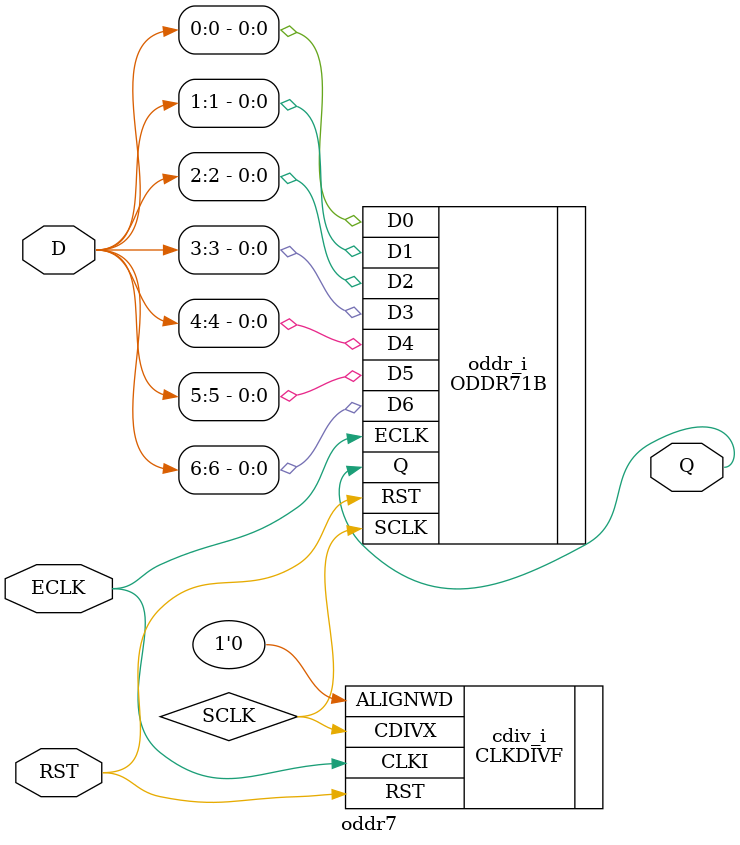
<source format=v>
module oddr7(input [6:0] D, input ECLK, RST, output Q);
wire SCLK;

CLKDIVF #(.DIV("3.5")) cdiv_i (.CLKI(ECLK), .RST(RST), .ALIGNWD(1'b0), .CDIVX(SCLK));

ODDR71B oddr_i(.D0(D[0]), .D1(D[1]), .D2(D[2]), .D3(D[3]), .D4(D[4]), .D5(D[5]), .D6(D[6]),
               .ECLK(ECLK), .SCLK(SCLK), .RST(RST),
               .Q(Q));
endmodule

</source>
